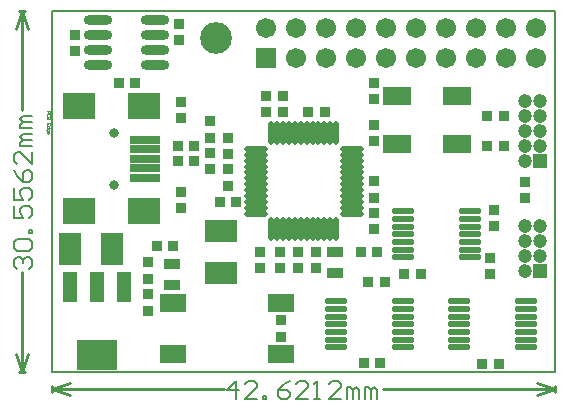
<source format=gts>
%FSLAX23Y23*%
%MOIN*%
G70*
G01*
G75*
G04 Layer_Color=5433280*
%ADD10C,0.010*%
%ADD11C,0.012*%
%ADD12C,0.015*%
%ADD13C,0.025*%
%ADD14R,0.030X0.030*%
%ADD15R,0.100X0.070*%
%ADD16R,0.030X0.030*%
%ADD17R,0.050X0.030*%
%ADD18O,0.067X0.014*%
%ADD19R,0.070X0.100*%
%ADD20R,0.098X0.079*%
%ADD21R,0.091X0.020*%
%ADD22O,0.012X0.071*%
%ADD23O,0.071X0.012*%
%ADD24R,0.039X0.094*%
%ADD25R,0.130X0.094*%
%ADD26R,0.083X0.051*%
%ADD27O,0.087X0.024*%
%ADD28R,0.087X0.055*%
%ADD29C,0.008*%
%ADD30C,0.001*%
%ADD31R,0.188X0.076*%
%ADD32R,0.107X0.104*%
%ADD33C,0.004*%
%ADD34C,0.006*%
%ADD35C,0.001*%
%ADD36C,0.098*%
%ADD37C,0.024*%
%ADD38R,0.059X0.059*%
%ADD39C,0.059*%
%ADD40C,0.039*%
%ADD41R,0.039X0.039*%
%ADD42C,0.020*%
%ADD43C,0.020*%
%ADD44R,0.283X0.202*%
%ADD45C,0.024*%
%ADD46C,0.010*%
%ADD47C,0.003*%
%ADD48C,0.005*%
%ADD49C,0.002*%
%ADD50C,0.004*%
%ADD51C,0.008*%
%ADD52R,0.038X0.038*%
%ADD53R,0.108X0.078*%
%ADD54R,0.038X0.038*%
%ADD55R,0.058X0.038*%
%ADD56O,0.075X0.022*%
%ADD57R,0.078X0.108*%
%ADD58R,0.106X0.087*%
%ADD59R,0.099X0.028*%
%ADD60O,0.020X0.079*%
%ADD61O,0.079X0.020*%
%ADD62R,0.047X0.102*%
%ADD63R,0.138X0.102*%
%ADD64R,0.091X0.059*%
%ADD65O,0.095X0.032*%
%ADD66R,0.095X0.063*%
%ADD67C,0.106*%
%ADD68C,0.032*%
%ADD69R,0.067X0.067*%
%ADD70C,0.067*%
%ADD71C,0.047*%
%ADD72R,0.047X0.047*%
D10*
X8828Y7654D02*
Y7985D01*
Y8527D02*
Y8857D01*
X8808Y7714D02*
X8828Y7654D01*
X8848Y7714D01*
X8808Y8797D02*
X8828Y8857D01*
X8848Y8797D01*
X8818Y7654D02*
X8838D01*
X8818Y8857D02*
X8838D01*
X8928Y7598D02*
X9501D01*
X10033D02*
X10606D01*
X8928D02*
X8988Y7618D01*
X8928Y7598D02*
X8988Y7578D01*
X10546Y7618D02*
X10606Y7598D01*
X10546Y7578D02*
X10606Y7598D01*
X8928Y7588D02*
Y7608D01*
X10606Y7588D02*
Y7608D01*
D29*
X8928Y7654D02*
X10607D01*
X8928D02*
Y8857D01*
X10607D01*
Y7654D02*
Y8857D01*
D33*
X8930Y8169D02*
Y8559D01*
D34*
X8814Y7995D02*
X8804Y8005D01*
Y8025D01*
X8814Y8035D01*
X8824D01*
X8834Y8025D01*
Y8015D01*
Y8025D01*
X8844Y8035D01*
X8854D01*
X8864Y8025D01*
Y8005D01*
X8854Y7995D01*
X8814Y8055D02*
X8804Y8065D01*
Y8085D01*
X8814Y8095D01*
X8854D01*
X8864Y8085D01*
Y8065D01*
X8854Y8055D01*
X8814D01*
X8864Y8115D02*
X8854D01*
Y8125D01*
X8864D01*
Y8115D01*
X8804Y8205D02*
Y8165D01*
X8834D01*
X8824Y8185D01*
Y8195D01*
X8834Y8205D01*
X8854D01*
X8864Y8195D01*
Y8175D01*
X8854Y8165D01*
X8804Y8265D02*
Y8225D01*
X8834D01*
X8824Y8245D01*
Y8255D01*
X8834Y8265D01*
X8854D01*
X8864Y8255D01*
Y8235D01*
X8854Y8225D01*
X8804Y8325D02*
X8814Y8305D01*
X8834Y8285D01*
X8854D01*
X8864Y8295D01*
Y8315D01*
X8854Y8325D01*
X8844D01*
X8834Y8315D01*
Y8285D01*
X8864Y8385D02*
Y8345D01*
X8824Y8385D01*
X8814D01*
X8804Y8375D01*
Y8355D01*
X8814Y8345D01*
X8864Y8405D02*
X8824D01*
Y8415D01*
X8834Y8425D01*
X8864D01*
X8834D01*
X8824Y8435D01*
X8834Y8445D01*
X8864D01*
Y8465D02*
X8824D01*
Y8475D01*
X8834Y8485D01*
X8864D01*
X8834D01*
X8824Y8495D01*
X8834Y8505D01*
X8864D01*
X9541Y7562D02*
Y7622D01*
X9511Y7592D01*
X9551D01*
X9611Y7562D02*
X9571D01*
X9611Y7602D01*
Y7612D01*
X9601Y7622D01*
X9581D01*
X9571Y7612D01*
X9631Y7562D02*
Y7572D01*
X9641D01*
Y7562D01*
X9631D01*
X9721Y7622D02*
X9701Y7612D01*
X9681Y7592D01*
Y7572D01*
X9691Y7562D01*
X9711D01*
X9721Y7572D01*
Y7582D01*
X9711Y7592D01*
X9681D01*
X9781Y7562D02*
X9741D01*
X9781Y7602D01*
Y7612D01*
X9771Y7622D01*
X9751D01*
X9741Y7612D01*
X9801Y7562D02*
X9821D01*
X9811D01*
Y7622D01*
X9801Y7612D01*
X9891Y7562D02*
X9851D01*
X9891Y7602D01*
Y7612D01*
X9881Y7622D01*
X9861D01*
X9851Y7612D01*
X9911Y7562D02*
Y7602D01*
X9921D01*
X9931Y7592D01*
Y7562D01*
Y7592D01*
X9941Y7602D01*
X9951Y7592D01*
Y7562D01*
X9971D02*
Y7602D01*
X9981D01*
X9991Y7592D01*
Y7562D01*
Y7592D01*
X10001Y7602D01*
X10011Y7592D01*
Y7562D01*
D35*
X8913Y8523D02*
X8922D01*
Y8518D01*
X8921Y8517D01*
X8917D01*
X8916Y8518D01*
Y8523D01*
X8921Y8507D02*
X8922Y8508D01*
Y8512D01*
X8921Y8513D01*
X8914D01*
X8913Y8512D01*
Y8508D01*
X8914Y8507D01*
X8922Y8504D02*
X8913D01*
Y8499D01*
X8914Y8497D01*
X8916D01*
X8917Y8499D01*
Y8504D01*
Y8499D01*
X8919Y8497D01*
X8921D01*
X8922Y8499D01*
Y8504D01*
Y8477D02*
Y8484D01*
X8913D01*
Y8477D01*
X8917Y8484D02*
Y8481D01*
X8922Y8467D02*
X8913D01*
Y8472D01*
X8914Y8474D01*
X8917D01*
X8919Y8472D01*
Y8467D01*
X8909Y8461D02*
Y8459D01*
X8911Y8458D01*
X8919D01*
Y8463D01*
X8917Y8464D01*
X8914D01*
X8913Y8463D01*
Y8458D01*
Y8449D02*
Y8453D01*
X8914Y8454D01*
X8917D01*
X8919Y8453D01*
Y8449D01*
X8917Y8448D01*
X8916D01*
Y8454D01*
D52*
X9250Y8019D02*
D03*
Y7964D02*
D03*
Y7913D02*
D03*
Y7858D02*
D03*
X9353Y8814D02*
D03*
Y8759D02*
D03*
X9005Y8722D02*
D03*
Y8777D02*
D03*
X10003Y8184D02*
D03*
Y8129D02*
D03*
X9688Y8054D02*
D03*
Y7999D02*
D03*
X9516Y8274D02*
D03*
Y8329D02*
D03*
X9748Y8054D02*
D03*
Y7999D02*
D03*
X9808Y8054D02*
D03*
Y7999D02*
D03*
X9516Y8379D02*
D03*
Y8434D02*
D03*
X9643Y8574D02*
D03*
Y8519D02*
D03*
X10507Y8232D02*
D03*
Y8287D02*
D03*
X10388Y7979D02*
D03*
Y8034D02*
D03*
X10403Y8194D02*
D03*
Y8139D02*
D03*
X9693Y7770D02*
D03*
Y7825D02*
D03*
X9456Y8384D02*
D03*
Y8329D02*
D03*
X9698Y8574D02*
D03*
Y8519D02*
D03*
X10003Y8289D02*
D03*
Y8234D02*
D03*
X9623Y8054D02*
D03*
Y7999D02*
D03*
X9456Y8489D02*
D03*
Y8434D02*
D03*
X9358Y8254D02*
D03*
Y8199D02*
D03*
Y8499D02*
D03*
Y8554D02*
D03*
X10001Y8423D02*
D03*
Y8478D02*
D03*
Y8617D02*
D03*
Y8562D02*
D03*
D53*
X9493Y8124D02*
D03*
Y7984D02*
D03*
D54*
X10013Y8054D02*
D03*
X9958D02*
D03*
X9206Y8616D02*
D03*
X9151D02*
D03*
X9349Y8355D02*
D03*
X9404D02*
D03*
X9349Y8406D02*
D03*
X9404D02*
D03*
X9544Y8220D02*
D03*
X9489D02*
D03*
X10380Y8405D02*
D03*
X10435D02*
D03*
X10380Y8507D02*
D03*
X10435D02*
D03*
X10038Y7952D02*
D03*
X9983D02*
D03*
X9838Y8519D02*
D03*
X9783D02*
D03*
X10104Y7979D02*
D03*
X10159D02*
D03*
X10363Y7680D02*
D03*
X10418D02*
D03*
X9968Y7682D02*
D03*
X10023D02*
D03*
X9333Y8074D02*
D03*
X9278D02*
D03*
D55*
X9873Y7984D02*
D03*
Y8054D02*
D03*
X9328Y7944D02*
D03*
Y8014D02*
D03*
D56*
X10286Y7889D02*
D03*
Y7863D02*
D03*
Y7838D02*
D03*
Y7812D02*
D03*
Y7787D02*
D03*
Y7761D02*
D03*
Y7735D02*
D03*
X10510Y7889D02*
D03*
Y7863D02*
D03*
Y7838D02*
D03*
Y7812D02*
D03*
Y7787D02*
D03*
Y7761D02*
D03*
Y7735D02*
D03*
X9876Y7889D02*
D03*
Y7863D02*
D03*
Y7838D02*
D03*
Y7812D02*
D03*
Y7787D02*
D03*
Y7761D02*
D03*
Y7735D02*
D03*
X10100Y7889D02*
D03*
Y7863D02*
D03*
Y7838D02*
D03*
Y7812D02*
D03*
Y7787D02*
D03*
Y7761D02*
D03*
Y7735D02*
D03*
X10099Y8189D02*
D03*
Y8164D02*
D03*
Y8138D02*
D03*
Y8112D02*
D03*
Y8087D02*
D03*
Y8061D02*
D03*
Y8036D02*
D03*
X10323Y8189D02*
D03*
Y8164D02*
D03*
Y8138D02*
D03*
Y8112D02*
D03*
Y8087D02*
D03*
Y8061D02*
D03*
Y8036D02*
D03*
D57*
X9128Y8064D02*
D03*
X8988D02*
D03*
D58*
X9018Y8189D02*
D03*
Y8539D02*
D03*
X9235D02*
D03*
Y8189D02*
D03*
D59*
X9239Y8427D02*
D03*
Y8396D02*
D03*
Y8364D02*
D03*
Y8333D02*
D03*
Y8301D02*
D03*
D60*
X9660Y8449D02*
D03*
X9680D02*
D03*
X9699D02*
D03*
X9719D02*
D03*
X9739D02*
D03*
X9758D02*
D03*
X9778D02*
D03*
X9798D02*
D03*
X9817D02*
D03*
X9837D02*
D03*
X9857D02*
D03*
X9876D02*
D03*
Y8130D02*
D03*
X9857D02*
D03*
X9837D02*
D03*
X9817D02*
D03*
X9798D02*
D03*
X9778D02*
D03*
X9758D02*
D03*
X9739D02*
D03*
X9719D02*
D03*
X9699D02*
D03*
X9680D02*
D03*
X9660D02*
D03*
D61*
X9928Y8397D02*
D03*
Y8378D02*
D03*
Y8358D02*
D03*
Y8338D02*
D03*
Y8319D02*
D03*
Y8299D02*
D03*
Y8279D02*
D03*
Y8260D02*
D03*
Y8240D02*
D03*
Y8220D02*
D03*
Y8201D02*
D03*
Y8181D02*
D03*
X9609D02*
D03*
Y8201D02*
D03*
Y8220D02*
D03*
Y8240D02*
D03*
Y8260D02*
D03*
Y8279D02*
D03*
Y8299D02*
D03*
Y8319D02*
D03*
Y8338D02*
D03*
Y8358D02*
D03*
Y8378D02*
D03*
Y8397D02*
D03*
D62*
X9169Y7938D02*
D03*
X9078Y7938D02*
D03*
X8988Y7938D02*
D03*
D63*
X9078Y7710D02*
D03*
D64*
X9332Y7883D02*
D03*
X9691D02*
D03*
X9332Y7713D02*
D03*
X9691D02*
D03*
D65*
X9084Y8825D02*
D03*
Y8775D02*
D03*
Y8725D02*
D03*
Y8675D02*
D03*
X9272Y8825D02*
D03*
Y8775D02*
D03*
Y8725D02*
D03*
Y8675D02*
D03*
D66*
X10078Y8414D02*
D03*
X10278Y8574D02*
D03*
X10078D02*
D03*
X10278Y8414D02*
D03*
D67*
X9477Y8767D02*
D03*
D68*
X9136Y8278D02*
D03*
Y8451D02*
D03*
D69*
X9643Y8699D02*
D03*
D70*
X9643Y8799D02*
D03*
X9743Y8699D02*
D03*
Y8799D02*
D03*
X9843Y8699D02*
D03*
Y8799D02*
D03*
X9943Y8699D02*
D03*
Y8799D02*
D03*
X10043Y8699D02*
D03*
X10043Y8799D02*
D03*
X10143Y8699D02*
D03*
X10143Y8799D02*
D03*
X10243Y8699D02*
D03*
Y8799D02*
D03*
X10343Y8699D02*
D03*
Y8799D02*
D03*
X10443Y8699D02*
D03*
Y8799D02*
D03*
X10543Y8699D02*
D03*
X10543Y8799D02*
D03*
D71*
X10507Y8141D02*
D03*
X10557D02*
D03*
X10507Y8091D02*
D03*
X10557D02*
D03*
X10507Y8041D02*
D03*
X10557D02*
D03*
X10507Y7991D02*
D03*
Y8557D02*
D03*
X10557D02*
D03*
X10507Y8507D02*
D03*
X10557D02*
D03*
X10507Y8457D02*
D03*
X10557D02*
D03*
X10507Y8407D02*
D03*
X10557D02*
D03*
X10507Y8357D02*
D03*
D72*
X10557Y7991D02*
D03*
Y8357D02*
D03*
M02*

</source>
